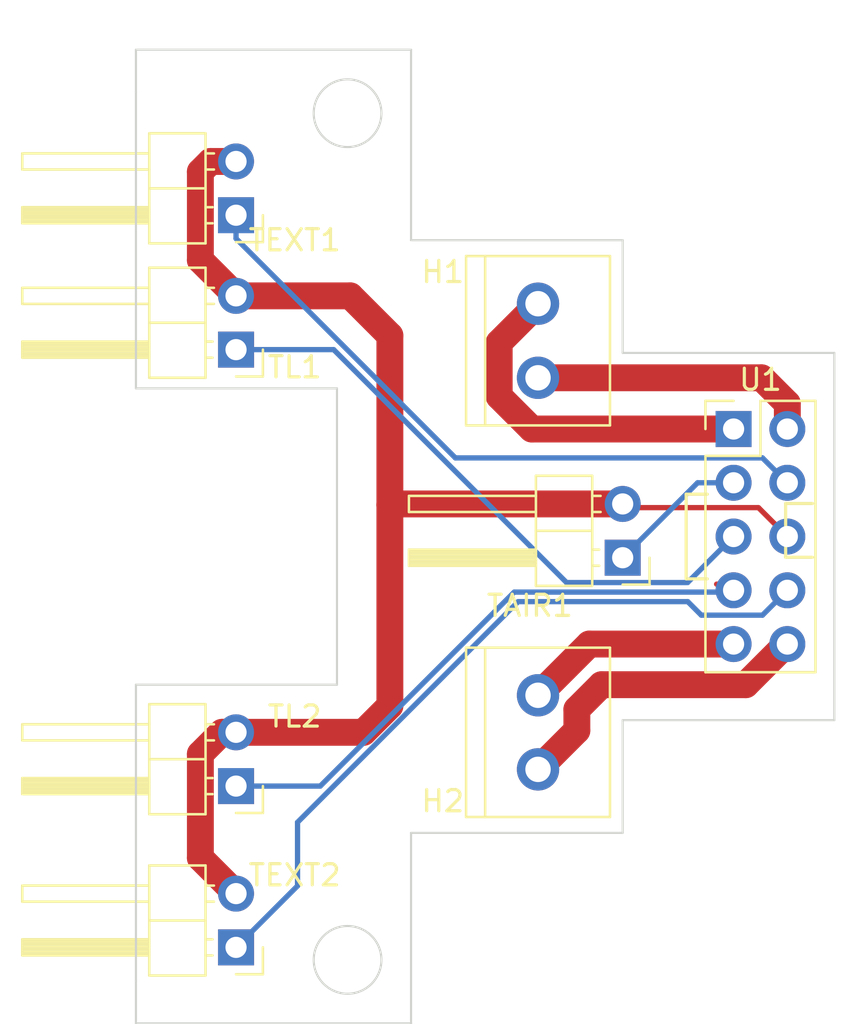
<source format=kicad_pcb>
(kicad_pcb (version 20171130) (host pcbnew "(5.1.6-0-10_14)")

  (general
    (thickness 1.6)
    (drawings 28)
    (tracks 57)
    (zones 0)
    (modules 8)
    (nets 12)
  )

  (page A4)
  (layers
    (0 F.Cu signal)
    (31 B.Cu signal)
    (32 B.Adhes user)
    (33 F.Adhes user)
    (34 B.Paste user)
    (35 F.Paste user)
    (36 B.SilkS user)
    (37 F.SilkS user)
    (38 B.Mask user)
    (39 F.Mask user)
    (40 Dwgs.User user)
    (41 Cmts.User user)
    (42 Eco1.User user)
    (43 Eco2.User user)
    (44 Edge.Cuts user)
    (45 Margin user)
    (46 B.CrtYd user)
    (47 F.CrtYd user)
    (48 B.Fab user)
    (49 F.Fab user)
  )

  (setup
    (last_trace_width 0.25)
    (user_trace_width 1.27)
    (trace_clearance 0.2)
    (zone_clearance 0.508)
    (zone_45_only no)
    (trace_min 0.2)
    (via_size 0.8)
    (via_drill 0.4)
    (via_min_size 0.4)
    (via_min_drill 0.3)
    (uvia_size 0.3)
    (uvia_drill 0.1)
    (uvias_allowed no)
    (uvia_min_size 0.2)
    (uvia_min_drill 0.1)
    (edge_width 0.1)
    (segment_width 0.2)
    (pcb_text_width 0.3)
    (pcb_text_size 1.5 1.5)
    (mod_edge_width 0.15)
    (mod_text_size 1 1)
    (mod_text_width 0.15)
    (pad_size 1.7 1.7)
    (pad_drill 1)
    (pad_to_mask_clearance 0)
    (aux_axis_origin 0 0)
    (visible_elements FFFFFF7F)
    (pcbplotparams
      (layerselection 0x010fc_ffffffff)
      (usegerberextensions true)
      (usegerberattributes false)
      (usegerberadvancedattributes true)
      (creategerberjobfile true)
      (excludeedgelayer true)
      (linewidth 0.100000)
      (plotframeref false)
      (viasonmask false)
      (mode 1)
      (useauxorigin false)
      (hpglpennumber 1)
      (hpglpenspeed 20)
      (hpglpendiameter 15.000000)
      (psnegative false)
      (psa4output false)
      (plotreference true)
      (plotvalue true)
      (plotinvisibletext false)
      (padsonsilk false)
      (subtractmaskfromsilk false)
      (outputformat 1)
      (mirror false)
      (drillshape 0)
      (scaleselection 1)
      (outputdirectory ""))
  )

  (net 0 "")
  (net 1 HEATER1B)
  (net 2 HEATER1A)
  (net 3 HEATER2A)
  (net 4 HEATER2B)
  (net 5 THERM_EXT1)
  (net 6 GND_THERM)
  (net 7 THERM_LID1)
  (net 8 THERM_LID2)
  (net 9 THERM_EXT2)
  (net 10 GND)
  (net 11 THERM_AIR)

  (net_class Default "This is the default net class."
    (clearance 0.2)
    (trace_width 0.25)
    (via_dia 0.8)
    (via_drill 0.4)
    (uvia_dia 0.3)
    (uvia_drill 0.1)
    (add_net GND)
    (add_net GND_THERM)
    (add_net HEATER1A)
    (add_net HEATER1B)
    (add_net HEATER2A)
    (add_net HEATER2B)
    (add_net THERM_AIR)
    (add_net THERM_EXT1)
    (add_net THERM_EXT2)
    (add_net THERM_LID1)
    (add_net THERM_LID2)
  )

  (module Pin_Headers:Pin_Header_Angled_1x02_Pitch2.54mm (layer F.Cu) (tedit 59650532) (tstamp 5F2B81B9)
    (at 113.73 77.82 180)
    (descr "Through hole angled pin header, 1x02, 2.54mm pitch, 6mm pin length, single row")
    (tags "Through hole angled pin header THT 1x02 2.54mm single row")
    (path /5F2B7778)
    (fp_text reference TEXT1 (at -2.77 -1.18) (layer F.SilkS)
      (effects (font (size 1 1) (thickness 0.15)))
    )
    (fp_text value Conn_01x02_Male (at 4.385 4.81) (layer F.Fab)
      (effects (font (size 1 1) (thickness 0.15)))
    )
    (fp_line (start 10.55 -1.8) (end -1.8 -1.8) (layer F.CrtYd) (width 0.05))
    (fp_line (start 10.55 4.35) (end 10.55 -1.8) (layer F.CrtYd) (width 0.05))
    (fp_line (start -1.8 4.35) (end 10.55 4.35) (layer F.CrtYd) (width 0.05))
    (fp_line (start -1.8 -1.8) (end -1.8 4.35) (layer F.CrtYd) (width 0.05))
    (fp_line (start -1.27 -1.27) (end 0 -1.27) (layer F.SilkS) (width 0.12))
    (fp_line (start -1.27 0) (end -1.27 -1.27) (layer F.SilkS) (width 0.12))
    (fp_line (start 1.042929 2.92) (end 1.44 2.92) (layer F.SilkS) (width 0.12))
    (fp_line (start 1.042929 2.16) (end 1.44 2.16) (layer F.SilkS) (width 0.12))
    (fp_line (start 10.1 2.92) (end 4.1 2.92) (layer F.SilkS) (width 0.12))
    (fp_line (start 10.1 2.16) (end 10.1 2.92) (layer F.SilkS) (width 0.12))
    (fp_line (start 4.1 2.16) (end 10.1 2.16) (layer F.SilkS) (width 0.12))
    (fp_line (start 1.44 1.27) (end 4.1 1.27) (layer F.SilkS) (width 0.12))
    (fp_line (start 1.11 0.38) (end 1.44 0.38) (layer F.SilkS) (width 0.12))
    (fp_line (start 1.11 -0.38) (end 1.44 -0.38) (layer F.SilkS) (width 0.12))
    (fp_line (start 4.1 0.28) (end 10.1 0.28) (layer F.SilkS) (width 0.12))
    (fp_line (start 4.1 0.16) (end 10.1 0.16) (layer F.SilkS) (width 0.12))
    (fp_line (start 4.1 0.04) (end 10.1 0.04) (layer F.SilkS) (width 0.12))
    (fp_line (start 4.1 -0.08) (end 10.1 -0.08) (layer F.SilkS) (width 0.12))
    (fp_line (start 4.1 -0.2) (end 10.1 -0.2) (layer F.SilkS) (width 0.12))
    (fp_line (start 4.1 -0.32) (end 10.1 -0.32) (layer F.SilkS) (width 0.12))
    (fp_line (start 10.1 0.38) (end 4.1 0.38) (layer F.SilkS) (width 0.12))
    (fp_line (start 10.1 -0.38) (end 10.1 0.38) (layer F.SilkS) (width 0.12))
    (fp_line (start 4.1 -0.38) (end 10.1 -0.38) (layer F.SilkS) (width 0.12))
    (fp_line (start 4.1 -1.33) (end 1.44 -1.33) (layer F.SilkS) (width 0.12))
    (fp_line (start 4.1 3.87) (end 4.1 -1.33) (layer F.SilkS) (width 0.12))
    (fp_line (start 1.44 3.87) (end 4.1 3.87) (layer F.SilkS) (width 0.12))
    (fp_line (start 1.44 -1.33) (end 1.44 3.87) (layer F.SilkS) (width 0.12))
    (fp_line (start 4.04 2.86) (end 10.04 2.86) (layer F.Fab) (width 0.1))
    (fp_line (start 10.04 2.22) (end 10.04 2.86) (layer F.Fab) (width 0.1))
    (fp_line (start 4.04 2.22) (end 10.04 2.22) (layer F.Fab) (width 0.1))
    (fp_line (start -0.32 2.86) (end 1.5 2.86) (layer F.Fab) (width 0.1))
    (fp_line (start -0.32 2.22) (end -0.32 2.86) (layer F.Fab) (width 0.1))
    (fp_line (start -0.32 2.22) (end 1.5 2.22) (layer F.Fab) (width 0.1))
    (fp_line (start 4.04 0.32) (end 10.04 0.32) (layer F.Fab) (width 0.1))
    (fp_line (start 10.04 -0.32) (end 10.04 0.32) (layer F.Fab) (width 0.1))
    (fp_line (start 4.04 -0.32) (end 10.04 -0.32) (layer F.Fab) (width 0.1))
    (fp_line (start -0.32 0.32) (end 1.5 0.32) (layer F.Fab) (width 0.1))
    (fp_line (start -0.32 -0.32) (end -0.32 0.32) (layer F.Fab) (width 0.1))
    (fp_line (start -0.32 -0.32) (end 1.5 -0.32) (layer F.Fab) (width 0.1))
    (fp_line (start 1.5 -0.635) (end 2.135 -1.27) (layer F.Fab) (width 0.1))
    (fp_line (start 1.5 3.81) (end 1.5 -0.635) (layer F.Fab) (width 0.1))
    (fp_line (start 4.04 3.81) (end 1.5 3.81) (layer F.Fab) (width 0.1))
    (fp_line (start 4.04 -1.27) (end 4.04 3.81) (layer F.Fab) (width 0.1))
    (fp_line (start 2.135 -1.27) (end 4.04 -1.27) (layer F.Fab) (width 0.1))
    (fp_text user %R (at 2.77 1.27 90) (layer F.Fab)
      (effects (font (size 1 1) (thickness 0.15)))
    )
    (pad 1 thru_hole rect (at 0 0 180) (size 1.7 1.7) (drill 1) (layers *.Cu *.Mask)
      (net 5 THERM_EXT1))
    (pad 2 thru_hole oval (at 0 2.54 180) (size 1.7 1.7) (drill 1) (layers *.Cu *.Mask)
      (net 10 GND))
    (model ${KISYS3DMOD}/Pin_Headers.3dshapes/Pin_Header_Angled_1x02_Pitch2.54mm.wrl
      (at (xyz 0 0 0))
      (scale (xyz 1 1 1))
      (rotate (xyz 0 0 0))
    )
    (model :kicad-packages3D:Connector_PinHeader_2.54mm.3dshapes/PinHeader_1x02_P2.54mm_Horizontal.step
      (at (xyz 0 0 0))
      (scale (xyz 1 1 1))
      (rotate (xyz 0 0 0))
    )
  )

  (module Pin_Headers:Pin_Header_Angled_1x02_Pitch2.54mm (layer F.Cu) (tedit 59650532) (tstamp 5F2CEEF1)
    (at 113.73 84.17 180)
    (descr "Through hole angled pin header, 1x02, 2.54mm pitch, 6mm pin length, single row")
    (tags "Through hole angled pin header THT 1x02 2.54mm single row")
    (path /5F2BA46F)
    (fp_text reference TL1 (at -2.77 -0.83) (layer F.SilkS)
      (effects (font (size 1 1) (thickness 0.15)))
    )
    (fp_text value Conn_01x02_Male (at 4.385 4.81) (layer F.Fab)
      (effects (font (size 1 1) (thickness 0.15)))
    )
    (fp_line (start 2.135 -1.27) (end 4.04 -1.27) (layer F.Fab) (width 0.1))
    (fp_line (start 4.04 -1.27) (end 4.04 3.81) (layer F.Fab) (width 0.1))
    (fp_line (start 4.04 3.81) (end 1.5 3.81) (layer F.Fab) (width 0.1))
    (fp_line (start 1.5 3.81) (end 1.5 -0.635) (layer F.Fab) (width 0.1))
    (fp_line (start 1.5 -0.635) (end 2.135 -1.27) (layer F.Fab) (width 0.1))
    (fp_line (start -0.32 -0.32) (end 1.5 -0.32) (layer F.Fab) (width 0.1))
    (fp_line (start -0.32 -0.32) (end -0.32 0.32) (layer F.Fab) (width 0.1))
    (fp_line (start -0.32 0.32) (end 1.5 0.32) (layer F.Fab) (width 0.1))
    (fp_line (start 4.04 -0.32) (end 10.04 -0.32) (layer F.Fab) (width 0.1))
    (fp_line (start 10.04 -0.32) (end 10.04 0.32) (layer F.Fab) (width 0.1))
    (fp_line (start 4.04 0.32) (end 10.04 0.32) (layer F.Fab) (width 0.1))
    (fp_line (start -0.32 2.22) (end 1.5 2.22) (layer F.Fab) (width 0.1))
    (fp_line (start -0.32 2.22) (end -0.32 2.86) (layer F.Fab) (width 0.1))
    (fp_line (start -0.32 2.86) (end 1.5 2.86) (layer F.Fab) (width 0.1))
    (fp_line (start 4.04 2.22) (end 10.04 2.22) (layer F.Fab) (width 0.1))
    (fp_line (start 10.04 2.22) (end 10.04 2.86) (layer F.Fab) (width 0.1))
    (fp_line (start 4.04 2.86) (end 10.04 2.86) (layer F.Fab) (width 0.1))
    (fp_line (start 1.44 -1.33) (end 1.44 3.87) (layer F.SilkS) (width 0.12))
    (fp_line (start 1.44 3.87) (end 4.1 3.87) (layer F.SilkS) (width 0.12))
    (fp_line (start 4.1 3.87) (end 4.1 -1.33) (layer F.SilkS) (width 0.12))
    (fp_line (start 4.1 -1.33) (end 1.44 -1.33) (layer F.SilkS) (width 0.12))
    (fp_line (start 4.1 -0.38) (end 10.1 -0.38) (layer F.SilkS) (width 0.12))
    (fp_line (start 10.1 -0.38) (end 10.1 0.38) (layer F.SilkS) (width 0.12))
    (fp_line (start 10.1 0.38) (end 4.1 0.38) (layer F.SilkS) (width 0.12))
    (fp_line (start 4.1 -0.32) (end 10.1 -0.32) (layer F.SilkS) (width 0.12))
    (fp_line (start 4.1 -0.2) (end 10.1 -0.2) (layer F.SilkS) (width 0.12))
    (fp_line (start 4.1 -0.08) (end 10.1 -0.08) (layer F.SilkS) (width 0.12))
    (fp_line (start 4.1 0.04) (end 10.1 0.04) (layer F.SilkS) (width 0.12))
    (fp_line (start 4.1 0.16) (end 10.1 0.16) (layer F.SilkS) (width 0.12))
    (fp_line (start 4.1 0.28) (end 10.1 0.28) (layer F.SilkS) (width 0.12))
    (fp_line (start 1.11 -0.38) (end 1.44 -0.38) (layer F.SilkS) (width 0.12))
    (fp_line (start 1.11 0.38) (end 1.44 0.38) (layer F.SilkS) (width 0.12))
    (fp_line (start 1.44 1.27) (end 4.1 1.27) (layer F.SilkS) (width 0.12))
    (fp_line (start 4.1 2.16) (end 10.1 2.16) (layer F.SilkS) (width 0.12))
    (fp_line (start 10.1 2.16) (end 10.1 2.92) (layer F.SilkS) (width 0.12))
    (fp_line (start 10.1 2.92) (end 4.1 2.92) (layer F.SilkS) (width 0.12))
    (fp_line (start 1.042929 2.16) (end 1.44 2.16) (layer F.SilkS) (width 0.12))
    (fp_line (start 1.042929 2.92) (end 1.44 2.92) (layer F.SilkS) (width 0.12))
    (fp_line (start -1.27 0) (end -1.27 -1.27) (layer F.SilkS) (width 0.12))
    (fp_line (start -1.27 -1.27) (end 0 -1.27) (layer F.SilkS) (width 0.12))
    (fp_line (start -1.8 -1.8) (end -1.8 4.35) (layer F.CrtYd) (width 0.05))
    (fp_line (start -1.8 4.35) (end 10.55 4.35) (layer F.CrtYd) (width 0.05))
    (fp_line (start 10.55 4.35) (end 10.55 -1.8) (layer F.CrtYd) (width 0.05))
    (fp_line (start 10.55 -1.8) (end -1.8 -1.8) (layer F.CrtYd) (width 0.05))
    (fp_text user %R (at 2.77 1.27 90) (layer F.Fab)
      (effects (font (size 1 1) (thickness 0.15)))
    )
    (pad 2 thru_hole oval (at 0 2.54 180) (size 1.7 1.7) (drill 1) (layers *.Cu *.Mask)
      (net 10 GND))
    (pad 1 thru_hole rect (at 0 0 180) (size 1.7 1.7) (drill 1) (layers *.Cu *.Mask)
      (net 7 THERM_LID1))
    (model ${KISYS3DMOD}/Pin_Headers.3dshapes/Pin_Header_Angled_1x02_Pitch2.54mm.wrl
      (at (xyz 0 0 0))
      (scale (xyz 1 1 1))
      (rotate (xyz 0 0 0))
    )
    (model :kicad-packages3D:Connector_PinHeader_2.54mm.3dshapes/PinHeader_1x02_P2.54mm_Horizontal.step
      (at (xyz 0 0 0))
      (scale (xyz 1 1 1))
      (rotate (xyz 0 0 0))
    )
  )

  (module Pin_Headers:Pin_Header_Angled_1x02_Pitch2.54mm (layer F.Cu) (tedit 59650532) (tstamp 5F2CEE28)
    (at 113.73 104.79 180)
    (descr "Through hole angled pin header, 1x02, 2.54mm pitch, 6mm pin length, single row")
    (tags "Through hole angled pin header THT 1x02 2.54mm single row")
    (path /5F2BA479)
    (fp_text reference TL2 (at -2.77 3.29) (layer F.SilkS)
      (effects (font (size 1 1) (thickness 0.15)))
    )
    (fp_text value Conn_01x02_Male (at 4.385 4.81) (layer F.Fab)
      (effects (font (size 1 1) (thickness 0.15)))
    )
    (fp_line (start 10.55 -1.8) (end -1.8 -1.8) (layer F.CrtYd) (width 0.05))
    (fp_line (start 10.55 4.35) (end 10.55 -1.8) (layer F.CrtYd) (width 0.05))
    (fp_line (start -1.8 4.35) (end 10.55 4.35) (layer F.CrtYd) (width 0.05))
    (fp_line (start -1.8 -1.8) (end -1.8 4.35) (layer F.CrtYd) (width 0.05))
    (fp_line (start -1.27 -1.27) (end 0 -1.27) (layer F.SilkS) (width 0.12))
    (fp_line (start -1.27 0) (end -1.27 -1.27) (layer F.SilkS) (width 0.12))
    (fp_line (start 1.042929 2.92) (end 1.44 2.92) (layer F.SilkS) (width 0.12))
    (fp_line (start 1.042929 2.16) (end 1.44 2.16) (layer F.SilkS) (width 0.12))
    (fp_line (start 10.1 2.92) (end 4.1 2.92) (layer F.SilkS) (width 0.12))
    (fp_line (start 10.1 2.16) (end 10.1 2.92) (layer F.SilkS) (width 0.12))
    (fp_line (start 4.1 2.16) (end 10.1 2.16) (layer F.SilkS) (width 0.12))
    (fp_line (start 1.44 1.27) (end 4.1 1.27) (layer F.SilkS) (width 0.12))
    (fp_line (start 1.11 0.38) (end 1.44 0.38) (layer F.SilkS) (width 0.12))
    (fp_line (start 1.11 -0.38) (end 1.44 -0.38) (layer F.SilkS) (width 0.12))
    (fp_line (start 4.1 0.28) (end 10.1 0.28) (layer F.SilkS) (width 0.12))
    (fp_line (start 4.1 0.16) (end 10.1 0.16) (layer F.SilkS) (width 0.12))
    (fp_line (start 4.1 0.04) (end 10.1 0.04) (layer F.SilkS) (width 0.12))
    (fp_line (start 4.1 -0.08) (end 10.1 -0.08) (layer F.SilkS) (width 0.12))
    (fp_line (start 4.1 -0.2) (end 10.1 -0.2) (layer F.SilkS) (width 0.12))
    (fp_line (start 4.1 -0.32) (end 10.1 -0.32) (layer F.SilkS) (width 0.12))
    (fp_line (start 10.1 0.38) (end 4.1 0.38) (layer F.SilkS) (width 0.12))
    (fp_line (start 10.1 -0.38) (end 10.1 0.38) (layer F.SilkS) (width 0.12))
    (fp_line (start 4.1 -0.38) (end 10.1 -0.38) (layer F.SilkS) (width 0.12))
    (fp_line (start 4.1 -1.33) (end 1.44 -1.33) (layer F.SilkS) (width 0.12))
    (fp_line (start 4.1 3.87) (end 4.1 -1.33) (layer F.SilkS) (width 0.12))
    (fp_line (start 1.44 3.87) (end 4.1 3.87) (layer F.SilkS) (width 0.12))
    (fp_line (start 1.44 -1.33) (end 1.44 3.87) (layer F.SilkS) (width 0.12))
    (fp_line (start 4.04 2.86) (end 10.04 2.86) (layer F.Fab) (width 0.1))
    (fp_line (start 10.04 2.22) (end 10.04 2.86) (layer F.Fab) (width 0.1))
    (fp_line (start 4.04 2.22) (end 10.04 2.22) (layer F.Fab) (width 0.1))
    (fp_line (start -0.32 2.86) (end 1.5 2.86) (layer F.Fab) (width 0.1))
    (fp_line (start -0.32 2.22) (end -0.32 2.86) (layer F.Fab) (width 0.1))
    (fp_line (start -0.32 2.22) (end 1.5 2.22) (layer F.Fab) (width 0.1))
    (fp_line (start 4.04 0.32) (end 10.04 0.32) (layer F.Fab) (width 0.1))
    (fp_line (start 10.04 -0.32) (end 10.04 0.32) (layer F.Fab) (width 0.1))
    (fp_line (start 4.04 -0.32) (end 10.04 -0.32) (layer F.Fab) (width 0.1))
    (fp_line (start -0.32 0.32) (end 1.5 0.32) (layer F.Fab) (width 0.1))
    (fp_line (start -0.32 -0.32) (end -0.32 0.32) (layer F.Fab) (width 0.1))
    (fp_line (start -0.32 -0.32) (end 1.5 -0.32) (layer F.Fab) (width 0.1))
    (fp_line (start 1.5 -0.635) (end 2.135 -1.27) (layer F.Fab) (width 0.1))
    (fp_line (start 1.5 3.81) (end 1.5 -0.635) (layer F.Fab) (width 0.1))
    (fp_line (start 4.04 3.81) (end 1.5 3.81) (layer F.Fab) (width 0.1))
    (fp_line (start 4.04 -1.27) (end 4.04 3.81) (layer F.Fab) (width 0.1))
    (fp_line (start 2.135 -1.27) (end 4.04 -1.27) (layer F.Fab) (width 0.1))
    (fp_text user %R (at 2.77 1.27 90) (layer F.Fab)
      (effects (font (size 1 1) (thickness 0.15)))
    )
    (pad 1 thru_hole rect (at 0 0 180) (size 1.7 1.7) (drill 1) (layers *.Cu *.Mask)
      (net 8 THERM_LID2))
    (pad 2 thru_hole oval (at 0 2.54 180) (size 1.7 1.7) (drill 1) (layers *.Cu *.Mask)
      (net 10 GND))
    (model ${KISYS3DMOD}/Pin_Headers.3dshapes/Pin_Header_Angled_1x02_Pitch2.54mm.wrl
      (at (xyz 0 0 0))
      (scale (xyz 1 1 1))
      (rotate (xyz 0 0 0))
    )
    (model :kicad-packages3D:Connector_PinHeader_2.54mm.3dshapes/PinHeader_1x02_P2.54mm_Horizontal.step
      (at (xyz 0 0 0))
      (scale (xyz 1 1 1))
      (rotate (xyz 0 0 0))
    )
  )

  (module Pin_Headers:Pin_Header_Angled_1x02_Pitch2.54mm (layer F.Cu) (tedit 59650532) (tstamp 5F2B8CCA)
    (at 113.73 112.41 180)
    (descr "Through hole angled pin header, 1x02, 2.54mm pitch, 6mm pin length, single row")
    (tags "Through hole angled pin header THT 1x02 2.54mm single row")
    (path /5F2BC0F4)
    (fp_text reference TEXT2 (at -2.77 3.41) (layer F.SilkS)
      (effects (font (size 1 1) (thickness 0.15)))
    )
    (fp_text value Conn_01x02_Male (at 4.385 4.81) (layer F.Fab)
      (effects (font (size 1 1) (thickness 0.15)))
    )
    (fp_line (start 2.135 -1.27) (end 4.04 -1.27) (layer F.Fab) (width 0.1))
    (fp_line (start 4.04 -1.27) (end 4.04 3.81) (layer F.Fab) (width 0.1))
    (fp_line (start 4.04 3.81) (end 1.5 3.81) (layer F.Fab) (width 0.1))
    (fp_line (start 1.5 3.81) (end 1.5 -0.635) (layer F.Fab) (width 0.1))
    (fp_line (start 1.5 -0.635) (end 2.135 -1.27) (layer F.Fab) (width 0.1))
    (fp_line (start -0.32 -0.32) (end 1.5 -0.32) (layer F.Fab) (width 0.1))
    (fp_line (start -0.32 -0.32) (end -0.32 0.32) (layer F.Fab) (width 0.1))
    (fp_line (start -0.32 0.32) (end 1.5 0.32) (layer F.Fab) (width 0.1))
    (fp_line (start 4.04 -0.32) (end 10.04 -0.32) (layer F.Fab) (width 0.1))
    (fp_line (start 10.04 -0.32) (end 10.04 0.32) (layer F.Fab) (width 0.1))
    (fp_line (start 4.04 0.32) (end 10.04 0.32) (layer F.Fab) (width 0.1))
    (fp_line (start -0.32 2.22) (end 1.5 2.22) (layer F.Fab) (width 0.1))
    (fp_line (start -0.32 2.22) (end -0.32 2.86) (layer F.Fab) (width 0.1))
    (fp_line (start -0.32 2.86) (end 1.5 2.86) (layer F.Fab) (width 0.1))
    (fp_line (start 4.04 2.22) (end 10.04 2.22) (layer F.Fab) (width 0.1))
    (fp_line (start 10.04 2.22) (end 10.04 2.86) (layer F.Fab) (width 0.1))
    (fp_line (start 4.04 2.86) (end 10.04 2.86) (layer F.Fab) (width 0.1))
    (fp_line (start 1.44 -1.33) (end 1.44 3.87) (layer F.SilkS) (width 0.12))
    (fp_line (start 1.44 3.87) (end 4.1 3.87) (layer F.SilkS) (width 0.12))
    (fp_line (start 4.1 3.87) (end 4.1 -1.33) (layer F.SilkS) (width 0.12))
    (fp_line (start 4.1 -1.33) (end 1.44 -1.33) (layer F.SilkS) (width 0.12))
    (fp_line (start 4.1 -0.38) (end 10.1 -0.38) (layer F.SilkS) (width 0.12))
    (fp_line (start 10.1 -0.38) (end 10.1 0.38) (layer F.SilkS) (width 0.12))
    (fp_line (start 10.1 0.38) (end 4.1 0.38) (layer F.SilkS) (width 0.12))
    (fp_line (start 4.1 -0.32) (end 10.1 -0.32) (layer F.SilkS) (width 0.12))
    (fp_line (start 4.1 -0.2) (end 10.1 -0.2) (layer F.SilkS) (width 0.12))
    (fp_line (start 4.1 -0.08) (end 10.1 -0.08) (layer F.SilkS) (width 0.12))
    (fp_line (start 4.1 0.04) (end 10.1 0.04) (layer F.SilkS) (width 0.12))
    (fp_line (start 4.1 0.16) (end 10.1 0.16) (layer F.SilkS) (width 0.12))
    (fp_line (start 4.1 0.28) (end 10.1 0.28) (layer F.SilkS) (width 0.12))
    (fp_line (start 1.11 -0.38) (end 1.44 -0.38) (layer F.SilkS) (width 0.12))
    (fp_line (start 1.11 0.38) (end 1.44 0.38) (layer F.SilkS) (width 0.12))
    (fp_line (start 1.44 1.27) (end 4.1 1.27) (layer F.SilkS) (width 0.12))
    (fp_line (start 4.1 2.16) (end 10.1 2.16) (layer F.SilkS) (width 0.12))
    (fp_line (start 10.1 2.16) (end 10.1 2.92) (layer F.SilkS) (width 0.12))
    (fp_line (start 10.1 2.92) (end 4.1 2.92) (layer F.SilkS) (width 0.12))
    (fp_line (start 1.042929 2.16) (end 1.44 2.16) (layer F.SilkS) (width 0.12))
    (fp_line (start 1.042929 2.92) (end 1.44 2.92) (layer F.SilkS) (width 0.12))
    (fp_line (start -1.27 0) (end -1.27 -1.27) (layer F.SilkS) (width 0.12))
    (fp_line (start -1.27 -1.27) (end 0 -1.27) (layer F.SilkS) (width 0.12))
    (fp_line (start -1.8 -1.8) (end -1.8 4.35) (layer F.CrtYd) (width 0.05))
    (fp_line (start -1.8 4.35) (end 10.55 4.35) (layer F.CrtYd) (width 0.05))
    (fp_line (start 10.55 4.35) (end 10.55 -1.8) (layer F.CrtYd) (width 0.05))
    (fp_line (start 10.55 -1.8) (end -1.8 -1.8) (layer F.CrtYd) (width 0.05))
    (fp_text user %R (at 2.77 1.27 90) (layer F.Fab)
      (effects (font (size 1 1) (thickness 0.15)))
    )
    (pad 2 thru_hole oval (at 0 2.54 180) (size 1.7 1.7) (drill 1) (layers *.Cu *.Mask)
      (net 6 GND_THERM))
    (pad 1 thru_hole rect (at 0 0 180) (size 1.7 1.7) (drill 1) (layers *.Cu *.Mask)
      (net 9 THERM_EXT2))
    (model ${KISYS3DMOD}/Pin_Headers.3dshapes/Pin_Header_Angled_1x02_Pitch2.54mm.wrl
      (at (xyz 0 0 0))
      (scale (xyz 1 1 1))
      (rotate (xyz 0 0 0))
    )
    (model :kicad-packages3D:Connector_PinHeader_2.54mm.3dshapes/PinHeader_1x02_P2.54mm_Horizontal.step
      (at (xyz 0 0 0))
      (scale (xyz 1 1 1))
      (rotate (xyz 0 0 0))
    )
  )

  (module Pin_Headers:Pin_Header_Straight_2x05_Pitch2.54mm (layer F.Cu) (tedit 5F2B71C0) (tstamp 5F2B5BE4)
    (at 137.24 87.92)
    (descr "Through hole straight pin header, 2x05, 2.54mm pitch, double rows")
    (tags "Through hole pin header THT 2x05 2.54mm double row")
    (path /5F2BEF9C)
    (fp_text reference U1 (at 1.27 -2.33) (layer F.SilkS)
      (effects (font (size 1 1) (thickness 0.15)))
    )
    (fp_text value Conn_02x05 (at 1.27 12.49) (layer F.Fab)
      (effects (font (size 1 1) (thickness 0.15)))
    )
    (fp_line (start 0 -1.27) (end 3.81 -1.27) (layer F.Fab) (width 0.1))
    (fp_line (start 3.81 -1.27) (end 3.81 11.43) (layer F.Fab) (width 0.1))
    (fp_line (start 3.81 11.43) (end -1.27 11.43) (layer F.Fab) (width 0.1))
    (fp_line (start -1.27 11.43) (end -1.27 0) (layer F.Fab) (width 0.1))
    (fp_line (start -1.27 0) (end 0 -1.27) (layer F.Fab) (width 0.1))
    (fp_line (start -1.33 11.49) (end 3.87 11.49) (layer F.SilkS) (width 0.12))
    (fp_line (start -1.33 1.27) (end -1.33 11.49) (layer F.SilkS) (width 0.12))
    (fp_line (start 3.87 -1.33) (end 3.87 11.49) (layer F.SilkS) (width 0.12))
    (fp_line (start -1.33 1.27) (end 1.27 1.27) (layer F.SilkS) (width 0.12))
    (fp_line (start 1.27 1.27) (end 1.27 -1.33) (layer F.SilkS) (width 0.12))
    (fp_line (start 1.27 -1.33) (end 3.87 -1.33) (layer F.SilkS) (width 0.12))
    (fp_line (start -1.33 0) (end -1.33 -1.33) (layer F.SilkS) (width 0.12))
    (fp_line (start -1.33 -1.33) (end 0 -1.33) (layer F.SilkS) (width 0.12))
    (fp_line (start -1.8 -1.8) (end -1.8 11.95) (layer F.CrtYd) (width 0.05))
    (fp_line (start -1.8 11.95) (end 4.35 11.95) (layer F.CrtYd) (width 0.05))
    (fp_line (start 4.35 11.95) (end 4.35 -1.8) (layer F.CrtYd) (width 0.05))
    (fp_line (start 4.35 -1.8) (end -1.8 -1.8) (layer F.CrtYd) (width 0.05))
    (fp_text user %R (at 1.27 5.08 90) (layer F.Fab)
      (effects (font (size 1 1) (thickness 0.15)))
    )
    (pad 10 thru_hole oval (at 2.54 10.16) (size 1.7 1.7) (drill 1) (layers *.Cu *.Mask)
      (net 4 HEATER2B))
    (pad 9 thru_hole oval (at 0 10.16) (size 1.7 1.7) (drill 1) (layers *.Cu *.Mask)
      (net 3 HEATER2A))
    (pad 8 thru_hole oval (at 2.54 7.62) (size 1.7 1.7) (drill 1) (layers *.Cu *.Mask)
      (net 9 THERM_EXT2))
    (pad 7 thru_hole oval (at 0 7.62) (size 1.7 1.7) (drill 1) (layers *.Cu *.Mask)
      (net 8 THERM_LID2))
    (pad 6 thru_hole oval (at 2.54 5.08) (size 1.7 1.7) (drill 1) (layers *.Cu *.Mask)
      (net 10 GND))
    (pad 5 thru_hole oval (at 0 5.08) (size 1.7 1.7) (drill 1) (layers *.Cu *.Mask)
      (net 7 THERM_LID1))
    (pad 4 thru_hole oval (at 2.54 2.54) (size 1.7 1.7) (drill 1) (layers *.Cu *.Mask)
      (net 5 THERM_EXT1))
    (pad 3 thru_hole oval (at 0 2.54) (size 1.7 1.7) (drill 1) (layers *.Cu *.Mask)
      (net 11 THERM_AIR))
    (pad 2 thru_hole oval (at 2.54 0) (size 1.7 1.7) (drill 1) (layers *.Cu *.Mask)
      (net 1 HEATER1B))
    (pad 1 thru_hole rect (at 0 0) (size 1.7 1.7) (drill 1) (layers *.Cu *.Mask)
      (net 2 HEATER1A))
    (model ${KISYS3DMOD}/Pin_Headers.3dshapes/Pin_Header_Straight_2x05_Pitch2.54mm.wrl
      (at (xyz 0 0 0))
      (scale (xyz 1 1 1))
      (rotate (xyz 0 0 0))
    )
    (model :kicad-packages3D:Connector_PinHeader_2.54mm.3dshapes/PinHeader_2x05_P2.54mm_Horizontal.step
      (at (xyz 0 0 0))
      (scale (xyz 1 1 1))
      (rotate (xyz 0 0 0))
    )
  )

  (module Ninja-qPCR:TB_SeeedOPL_320110028 (layer F.Cu) (tedit 5F05691F) (tstamp 5F2B8F51)
    (at 128 82 270)
    (path /5F2B5266)
    (fp_text reference H1 (at -1.5 4.5 180) (layer F.SilkS)
      (effects (font (size 1 1) (thickness 0.15)))
    )
    (fp_text value Screw_Terminal_01x02 (at 2 6 90) (layer F.Fab)
      (effects (font (size 1 1) (thickness 0.15)))
    )
    (fp_line (start 5.75 2.5) (end -2.25 2.5) (layer F.SilkS) (width 0.12))
    (fp_line (start -2.25 3.4) (end -2.25 -3.4) (layer F.SilkS) (width 0.12))
    (fp_line (start 5.75 3.4) (end -2.25 3.4) (layer F.SilkS) (width 0.12))
    (fp_line (start 5.75 -3.4) (end 5.75 3.4) (layer F.SilkS) (width 0.12))
    (fp_line (start -2.25 -3.4) (end 5.75 -3.4) (layer F.SilkS) (width 0.12))
    (pad 1 thru_hole circle (at 0 0 270) (size 2 2) (drill 1.2) (layers *.Cu *.Mask)
      (net 2 HEATER1A))
    (pad 2 thru_hole circle (at 3.5 0 270) (size 2 2) (drill 1.2) (layers *.Cu *.Mask)
      (net 1 HEATER1B))
    (model ":desktop:TerminalBlock_SeeedOPL320110028 v2.step"
      (at (xyz 0 0 0))
      (scale (xyz 1 1 1))
      (rotate (xyz 0 0 0))
    )
  )

  (module Ninja-qPCR:TB_SeeedOPL_320110028 (layer F.Cu) (tedit 5F05691F) (tstamp 5F2B8F5B)
    (at 128 100.5 270)
    (path /5F2B5A56)
    (fp_text reference H2 (at 5 4.5 180) (layer F.SilkS)
      (effects (font (size 1 1) (thickness 0.15)))
    )
    (fp_text value Screw_Terminal_01x02 (at 2 6 90) (layer F.Fab)
      (effects (font (size 1 1) (thickness 0.15)))
    )
    (fp_line (start -2.25 -3.4) (end 5.75 -3.4) (layer F.SilkS) (width 0.12))
    (fp_line (start 5.75 -3.4) (end 5.75 3.4) (layer F.SilkS) (width 0.12))
    (fp_line (start 5.75 3.4) (end -2.25 3.4) (layer F.SilkS) (width 0.12))
    (fp_line (start -2.25 3.4) (end -2.25 -3.4) (layer F.SilkS) (width 0.12))
    (fp_line (start 5.75 2.5) (end -2.25 2.5) (layer F.SilkS) (width 0.12))
    (pad 2 thru_hole circle (at 3.5 0 270) (size 2 2) (drill 1.2) (layers *.Cu *.Mask)
      (net 4 HEATER2B))
    (pad 1 thru_hole circle (at 0 0 270) (size 2 2) (drill 1.2) (layers *.Cu *.Mask)
      (net 3 HEATER2A))
    (model ":desktop:TerminalBlock_SeeedOPL320110028 v2.step"
      (at (xyz 0 0 0))
      (scale (xyz 1 1 1))
      (rotate (xyz 0 0 0))
    )
  )

  (module Pin_Headers:Pin_Header_Angled_1x02_Pitch2.54mm (layer F.Cu) (tedit 59650532) (tstamp 5F2B8F65)
    (at 132 94 180)
    (descr "Through hole angled pin header, 1x02, 2.54mm pitch, 6mm pin length, single row")
    (tags "Through hole angled pin header THT 1x02 2.54mm single row")
    (path /5F2B6313)
    (fp_text reference TAIR1 (at 4.385 -2.27) (layer F.SilkS)
      (effects (font (size 1 1) (thickness 0.15)))
    )
    (fp_text value Conn_01x02_Male (at 4.385 4.81) (layer F.Fab)
      (effects (font (size 1 1) (thickness 0.15)))
    )
    (fp_line (start 2.135 -1.27) (end 4.04 -1.27) (layer F.Fab) (width 0.1))
    (fp_line (start 4.04 -1.27) (end 4.04 3.81) (layer F.Fab) (width 0.1))
    (fp_line (start 4.04 3.81) (end 1.5 3.81) (layer F.Fab) (width 0.1))
    (fp_line (start 1.5 3.81) (end 1.5 -0.635) (layer F.Fab) (width 0.1))
    (fp_line (start 1.5 -0.635) (end 2.135 -1.27) (layer F.Fab) (width 0.1))
    (fp_line (start -0.32 -0.32) (end 1.5 -0.32) (layer F.Fab) (width 0.1))
    (fp_line (start -0.32 -0.32) (end -0.32 0.32) (layer F.Fab) (width 0.1))
    (fp_line (start -0.32 0.32) (end 1.5 0.32) (layer F.Fab) (width 0.1))
    (fp_line (start 4.04 -0.32) (end 10.04 -0.32) (layer F.Fab) (width 0.1))
    (fp_line (start 10.04 -0.32) (end 10.04 0.32) (layer F.Fab) (width 0.1))
    (fp_line (start 4.04 0.32) (end 10.04 0.32) (layer F.Fab) (width 0.1))
    (fp_line (start -0.32 2.22) (end 1.5 2.22) (layer F.Fab) (width 0.1))
    (fp_line (start -0.32 2.22) (end -0.32 2.86) (layer F.Fab) (width 0.1))
    (fp_line (start -0.32 2.86) (end 1.5 2.86) (layer F.Fab) (width 0.1))
    (fp_line (start 4.04 2.22) (end 10.04 2.22) (layer F.Fab) (width 0.1))
    (fp_line (start 10.04 2.22) (end 10.04 2.86) (layer F.Fab) (width 0.1))
    (fp_line (start 4.04 2.86) (end 10.04 2.86) (layer F.Fab) (width 0.1))
    (fp_line (start 1.44 -1.33) (end 1.44 3.87) (layer F.SilkS) (width 0.12))
    (fp_line (start 1.44 3.87) (end 4.1 3.87) (layer F.SilkS) (width 0.12))
    (fp_line (start 4.1 3.87) (end 4.1 -1.33) (layer F.SilkS) (width 0.12))
    (fp_line (start 4.1 -1.33) (end 1.44 -1.33) (layer F.SilkS) (width 0.12))
    (fp_line (start 4.1 -0.38) (end 10.1 -0.38) (layer F.SilkS) (width 0.12))
    (fp_line (start 10.1 -0.38) (end 10.1 0.38) (layer F.SilkS) (width 0.12))
    (fp_line (start 10.1 0.38) (end 4.1 0.38) (layer F.SilkS) (width 0.12))
    (fp_line (start 4.1 -0.32) (end 10.1 -0.32) (layer F.SilkS) (width 0.12))
    (fp_line (start 4.1 -0.2) (end 10.1 -0.2) (layer F.SilkS) (width 0.12))
    (fp_line (start 4.1 -0.08) (end 10.1 -0.08) (layer F.SilkS) (width 0.12))
    (fp_line (start 4.1 0.04) (end 10.1 0.04) (layer F.SilkS) (width 0.12))
    (fp_line (start 4.1 0.16) (end 10.1 0.16) (layer F.SilkS) (width 0.12))
    (fp_line (start 4.1 0.28) (end 10.1 0.28) (layer F.SilkS) (width 0.12))
    (fp_line (start 1.11 -0.38) (end 1.44 -0.38) (layer F.SilkS) (width 0.12))
    (fp_line (start 1.11 0.38) (end 1.44 0.38) (layer F.SilkS) (width 0.12))
    (fp_line (start 1.44 1.27) (end 4.1 1.27) (layer F.SilkS) (width 0.12))
    (fp_line (start 4.1 2.16) (end 10.1 2.16) (layer F.SilkS) (width 0.12))
    (fp_line (start 10.1 2.16) (end 10.1 2.92) (layer F.SilkS) (width 0.12))
    (fp_line (start 10.1 2.92) (end 4.1 2.92) (layer F.SilkS) (width 0.12))
    (fp_line (start 1.042929 2.16) (end 1.44 2.16) (layer F.SilkS) (width 0.12))
    (fp_line (start 1.042929 2.92) (end 1.44 2.92) (layer F.SilkS) (width 0.12))
    (fp_line (start -1.27 0) (end -1.27 -1.27) (layer F.SilkS) (width 0.12))
    (fp_line (start -1.27 -1.27) (end 0 -1.27) (layer F.SilkS) (width 0.12))
    (fp_line (start -1.8 -1.8) (end -1.8 4.35) (layer F.CrtYd) (width 0.05))
    (fp_line (start -1.8 4.35) (end 10.55 4.35) (layer F.CrtYd) (width 0.05))
    (fp_line (start 10.55 4.35) (end 10.55 -1.8) (layer F.CrtYd) (width 0.05))
    (fp_line (start 10.55 -1.8) (end -1.8 -1.8) (layer F.CrtYd) (width 0.05))
    (fp_text user %R (at 2.77 1.27 90) (layer F.Fab)
      (effects (font (size 1 1) (thickness 0.15)))
    )
    (pad 2 thru_hole oval (at 0 2.54 180) (size 1.7 1.7) (drill 1) (layers *.Cu *.Mask)
      (net 10 GND))
    (pad 1 thru_hole rect (at 0 0 180) (size 1.7 1.7) (drill 1) (layers *.Cu *.Mask)
      (net 11 THERM_AIR))
    (model ${KISYS3DMOD}/Pin_Headers.3dshapes/Pin_Header_Angled_1x02_Pitch2.54mm.wrl
      (at (xyz 0 0 0))
      (scale (xyz 1 1 1))
      (rotate (xyz 0 0 0))
    )
    (model :kicad-packages3D:Connector_PinHeader_2.54mm.3dshapes/PinHeader_1x02_P2.54mm_Horizontal.step
      (at (xyz 0 0 0))
      (scale (xyz 1 1 1))
      (rotate (xyz 0 0 0))
    )
  )

  (gr_line (start 135 95) (end 136 95) (layer F.SilkS) (width 0.15))
  (gr_line (start 135 91) (end 135 95) (layer F.SilkS) (width 0.15))
  (gr_line (start 136 91) (end 135 91) (layer F.SilkS) (width 0.15))
  (gr_text 33x46mm (at 112.5 68.5) (layer Dwgs.User)
    (effects (font (size 1 1) (thickness 0.15)))
  )
  (gr_line (start 109 70) (end 109 72) (layer Edge.Cuts) (width 0.1) (tstamp 5F2B8E30))
  (gr_line (start 122 70) (end 109 70) (layer Edge.Cuts) (width 0.1) (tstamp 5F2CEA6A))
  (gr_line (start 109 116) (end 109 114) (layer Edge.Cuts) (width 0.1) (tstamp 5F2B8E2C))
  (gr_line (start 115 116) (end 109 116) (layer Edge.Cuts) (width 0.1))
  (gr_line (start 122 116) (end 115 116) (layer Edge.Cuts) (width 0.1))
  (gr_line (start 122 107) (end 122 116) (layer Edge.Cuts) (width 0.1))
  (gr_line (start 109 114) (end 109 100) (layer Edge.Cuts) (width 0.1) (tstamp 5F2B8D34))
  (gr_line (start 118.5 100) (end 109 100) (layer Edge.Cuts) (width 0.1))
  (gr_line (start 118.5 86) (end 109 86) (layer Edge.Cuts) (width 0.1))
  (gr_line (start 118.5 86) (end 118.5 100) (layer Edge.Cuts) (width 0.1))
  (gr_line (start 122 79) (end 132 79) (layer Edge.Cuts) (width 0.1))
  (gr_line (start 122 70) (end 122 79) (layer Edge.Cuts) (width 0.1))
  (gr_line (start 122 107) (end 132 107) (layer Edge.Cuts) (width 0.1))
  (gr_line (start 132 101.675) (end 142 101.675) (layer Edge.Cuts) (width 0.1))
  (gr_line (start 132 107) (end 132 101.675) (layer Edge.Cuts) (width 0.1))
  (gr_line (start 132 84.325) (end 142 84.325) (layer Edge.Cuts) (width 0.1))
  (gr_line (start 132 79) (end 132 84.325) (layer Edge.Cuts) (width 0.1))
  (gr_circle (center 119 113) (end 120.6 113) (layer Edge.Cuts) (width 0.1) (tstamp 5F2B817C))
  (gr_circle (center 119 73) (end 120.6 73) (layer Edge.Cuts) (width 0.1) (tstamp 5F2B8AAA))
  (gr_line (start 109 86) (end 109 72) (layer Edge.Cuts) (width 0.1) (tstamp 5F2B817F))
  (gr_line (start 142 84.325) (end 142 101.675) (layer Edge.Cuts) (width 0.1))
  (gr_line (start 139.7 93.98) (end 140.97 93.98) (layer F.SilkS) (width 0.15))
  (gr_line (start 139.7 91.44) (end 139.7 93.98) (layer F.SilkS) (width 0.15))
  (gr_line (start 140.97 91.44) (end 139.7 91.44) (layer F.SilkS) (width 0.15))

  (segment (start 139.78 86.717919) (end 139.78 87.92) (width 1.27) (layer F.Cu) (net 1))
  (segment (start 138.562081 85.5) (end 139.78 86.717919) (width 1.27) (layer F.Cu) (net 1))
  (segment (start 128 85.5) (end 138.562081 85.5) (width 1.27) (layer F.Cu) (net 1))
  (segment (start 126.164999 86.380801) (end 127.704198 87.92) (width 1.27) (layer F.Cu) (net 2))
  (segment (start 126.164999 83.835001) (end 126.164999 86.380801) (width 1.27) (layer F.Cu) (net 2))
  (segment (start 127.704198 87.92) (end 137.24 87.92) (width 1.27) (layer F.Cu) (net 2))
  (segment (start 128 82) (end 126.164999 83.835001) (width 1.27) (layer F.Cu) (net 2))
  (segment (start 130.42 98.08) (end 137.24 98.08) (width 1.27) (layer F.Cu) (net 3))
  (segment (start 128 100.5) (end 130.42 98.08) (width 1.27) (layer F.Cu) (net 3))
  (segment (start 128 104) (end 129.835001 102.164999) (width 1.27) (layer F.Cu) (net 4))
  (segment (start 129.835001 101.164999) (end 131 100) (width 1.27) (layer F.Cu) (net 4))
  (segment (start 129.835001 102.164999) (end 129.835001 101.164999) (width 1.27) (layer F.Cu) (net 4))
  (segment (start 139.733802 98.08) (end 139.78 98.08) (width 1.27) (layer F.Cu) (net 4))
  (segment (start 137.813802 100) (end 139.733802 98.08) (width 1.27) (layer F.Cu) (net 4))
  (segment (start 131 100) (end 137.813802 100) (width 1.27) (layer F.Cu) (net 4))
  (segment (start 135.54 90.46) (end 132 94) (width 0.25) (layer B.Cu) (net 11))
  (segment (start 137.24 90.46) (end 135.54 90.46) (width 0.25) (layer B.Cu) (net 11))
  (segment (start 124.094999 89.284999) (end 138.604999 89.284999) (width 0.25) (layer B.Cu) (net 5))
  (segment (start 138.604999 89.284999) (end 139.78 90.46) (width 0.25) (layer B.Cu) (net 5))
  (segment (start 113.73 78.92) (end 124.094999 89.284999) (width 0.25) (layer B.Cu) (net 5))
  (segment (start 113.73 77.82) (end 113.73 78.92) (width 0.25) (layer B.Cu) (net 5))
  (segment (start 113.73 75.534998) (end 113.73 75.28) (width 0.25) (layer B.Cu) (net 6) (tstamp 5F2B8182) (status 30))
  (segment (start 112.044999 79.944999) (end 113.73 81.63) (width 1.27) (layer F.Cu) (net 6))
  (segment (start 112.044999 75.76292) (end 112.044999 79.944999) (width 1.27) (layer F.Cu) (net 6))
  (segment (start 112.527919 75.28) (end 112.044999 75.76292) (width 1.27) (layer F.Cu) (net 6))
  (segment (start 113.73 75.28) (end 112.527919 75.28) (width 1.27) (layer F.Cu) (net 6))
  (segment (start 121 101) (end 119.75 102.25) (width 1.27) (layer F.Cu) (net 6))
  (segment (start 119.13 81.63) (end 121 83.5) (width 1.27) (layer F.Cu) (net 6))
  (segment (start 119.75 102.25) (end 113.73 102.25) (width 1.27) (layer F.Cu) (net 6))
  (segment (start 113.73 81.63) (end 119.13 81.63) (width 1.27) (layer F.Cu) (net 6))
  (segment (start 112.044999 103.271999) (end 113.066998 102.25) (width 1.27) (layer F.Cu) (net 6))
  (segment (start 112.044999 108.184999) (end 112.044999 103.271999) (width 1.27) (layer F.Cu) (net 6))
  (segment (start 113.066998 102.25) (end 113.73 102.25) (width 1.27) (layer F.Cu) (net 6))
  (segment (start 113.73 109.87) (end 112.044999 108.184999) (width 1.27) (layer F.Cu) (net 6))
  (segment (start 121.04 91.46) (end 121 91.5) (width 1.27) (layer F.Cu) (net 6))
  (segment (start 132 91.46) (end 121.04 91.46) (width 1.27) (layer F.Cu) (net 6))
  (segment (start 121 91.5) (end 121 101) (width 1.27) (layer F.Cu) (net 6))
  (segment (start 121 83.5) (end 121 91.5) (width 1.27) (layer F.Cu) (net 6))
  (segment (start 138.415001 91.635001) (end 139.78 93) (width 0.25) (layer F.Cu) (net 6))
  (segment (start 132.175001 91.635001) (end 138.415001 91.635001) (width 0.25) (layer F.Cu) (net 6))
  (segment (start 132 91.46) (end 132.175001 91.635001) (width 0.25) (layer F.Cu) (net 6))
  (segment (start 113.73 84.17) (end 118.34359 84.17) (width 0.25) (layer B.Cu) (net 7))
  (segment (start 135.064999 95.175001) (end 129.348591 95.175001) (width 0.25) (layer B.Cu) (net 7))
  (segment (start 137.24 93) (end 135.064999 95.175001) (width 0.25) (layer B.Cu) (net 7))
  (segment (start 129.348591 95.175001) (end 118.34359 84.17) (width 0.25) (layer B.Cu) (net 7))
  (segment (start 136.439002 95.25) (end 137.24 95.25) (width 0.25) (layer F.Cu) (net 8) (status 20))
  (segment (start 137.24 95.54) (end 137.154989 95.625011) (width 0.25) (layer B.Cu) (net 8))
  (segment (start 137.154989 95.625011) (end 126.874989 95.625011) (width 0.25) (layer B.Cu) (net 8))
  (segment (start 117.71 104.79) (end 113.73 104.79) (width 0.25) (layer B.Cu) (net 8))
  (segment (start 126.874989 95.625011) (end 117.71 104.79) (width 0.25) (layer B.Cu) (net 8))
  (segment (start 116.63641 106.5) (end 116.63641 109.50359) (width 0.25) (layer B.Cu) (net 9))
  (segment (start 127.061389 96.075021) (end 116.63641 106.5) (width 0.25) (layer B.Cu) (net 9))
  (segment (start 116.63641 109.50359) (end 113.73 112.41) (width 0.25) (layer B.Cu) (net 9))
  (segment (start 135.075021 96.075021) (end 127.061389 96.075021) (width 0.25) (layer B.Cu) (net 9))
  (segment (start 138.604999 96.715001) (end 135.715001 96.715001) (width 0.25) (layer B.Cu) (net 9))
  (segment (start 135.715001 96.715001) (end 135.075021 96.075021) (width 0.25) (layer B.Cu) (net 9))
  (segment (start 139.78 95.54) (end 138.604999 96.715001) (width 0.25) (layer B.Cu) (net 9))

)

</source>
